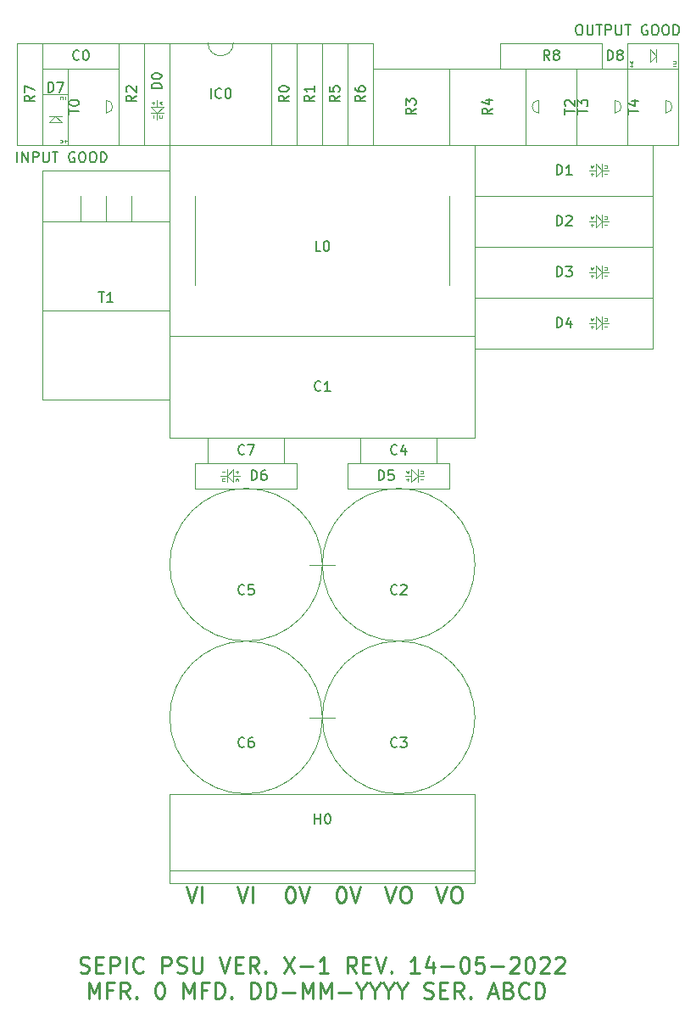
<source format=gbr>
%TF.GenerationSoftware,KiCad,Pcbnew,(6.0.0)*%
%TF.CreationDate,2023-06-01T11:58:54-04:00*%
%TF.ProjectId,SEPIC,53455049-432e-46b6-9963-61645f706362,rev?*%
%TF.SameCoordinates,Original*%
%TF.FileFunction,Legend,Top*%
%TF.FilePolarity,Positive*%
%FSLAX46Y46*%
G04 Gerber Fmt 4.6, Leading zero omitted, Abs format (unit mm)*
G04 Created by KiCad (PCBNEW (6.0.0)) date 2023-06-01 11:58:54*
%MOMM*%
%LPD*%
G01*
G04 APERTURE LIST*
%ADD10C,0.254000*%
%ADD11C,0.127000*%
%ADD12C,0.150000*%
%ADD13C,0.120000*%
G04 APERTURE END LIST*
D10*
X169272857Y-112160654D02*
X169802023Y-113748154D01*
X170331190Y-112160654D01*
X170860357Y-113748154D02*
X170860357Y-112160654D01*
X174504047Y-112160654D02*
X174655238Y-112160654D01*
X174806428Y-112236250D01*
X174882023Y-112311845D01*
X174957619Y-112463035D01*
X175033214Y-112765416D01*
X175033214Y-113143392D01*
X174957619Y-113445773D01*
X174882023Y-113596964D01*
X174806428Y-113672559D01*
X174655238Y-113748154D01*
X174504047Y-113748154D01*
X174352857Y-113672559D01*
X174277261Y-113596964D01*
X174201666Y-113445773D01*
X174126071Y-113143392D01*
X174126071Y-112765416D01*
X174201666Y-112463035D01*
X174277261Y-112311845D01*
X174352857Y-112236250D01*
X174504047Y-112160654D01*
X175486785Y-112160654D02*
X176015952Y-113748154D01*
X176545119Y-112160654D01*
D11*
X147338142Y-39829619D02*
X147338142Y-38813619D01*
X147821952Y-39829619D02*
X147821952Y-38813619D01*
X148402523Y-39829619D01*
X148402523Y-38813619D01*
X148886333Y-39829619D02*
X148886333Y-38813619D01*
X149273380Y-38813619D01*
X149370142Y-38862000D01*
X149418523Y-38910380D01*
X149466904Y-39007142D01*
X149466904Y-39152285D01*
X149418523Y-39249047D01*
X149370142Y-39297428D01*
X149273380Y-39345809D01*
X148886333Y-39345809D01*
X149902333Y-38813619D02*
X149902333Y-39636095D01*
X149950714Y-39732857D01*
X149999095Y-39781238D01*
X150095857Y-39829619D01*
X150289380Y-39829619D01*
X150386142Y-39781238D01*
X150434523Y-39732857D01*
X150482904Y-39636095D01*
X150482904Y-38813619D01*
X150821571Y-38813619D02*
X151402142Y-38813619D01*
X151111857Y-39829619D02*
X151111857Y-38813619D01*
X153047095Y-38862000D02*
X152950333Y-38813619D01*
X152805190Y-38813619D01*
X152660047Y-38862000D01*
X152563285Y-38958761D01*
X152514904Y-39055523D01*
X152466523Y-39249047D01*
X152466523Y-39394190D01*
X152514904Y-39587714D01*
X152563285Y-39684476D01*
X152660047Y-39781238D01*
X152805190Y-39829619D01*
X152901952Y-39829619D01*
X153047095Y-39781238D01*
X153095476Y-39732857D01*
X153095476Y-39394190D01*
X152901952Y-39394190D01*
X153724428Y-38813619D02*
X153917952Y-38813619D01*
X154014714Y-38862000D01*
X154111476Y-38958761D01*
X154159857Y-39152285D01*
X154159857Y-39490952D01*
X154111476Y-39684476D01*
X154014714Y-39781238D01*
X153917952Y-39829619D01*
X153724428Y-39829619D01*
X153627666Y-39781238D01*
X153530904Y-39684476D01*
X153482523Y-39490952D01*
X153482523Y-39152285D01*
X153530904Y-38958761D01*
X153627666Y-38862000D01*
X153724428Y-38813619D01*
X154788809Y-38813619D02*
X154982333Y-38813619D01*
X155079095Y-38862000D01*
X155175857Y-38958761D01*
X155224238Y-39152285D01*
X155224238Y-39490952D01*
X155175857Y-39684476D01*
X155079095Y-39781238D01*
X154982333Y-39829619D01*
X154788809Y-39829619D01*
X154692047Y-39781238D01*
X154595285Y-39684476D01*
X154546904Y-39490952D01*
X154546904Y-39152285D01*
X154595285Y-38958761D01*
X154692047Y-38862000D01*
X154788809Y-38813619D01*
X155659666Y-39829619D02*
X155659666Y-38813619D01*
X155901571Y-38813619D01*
X156046714Y-38862000D01*
X156143476Y-38958761D01*
X156191857Y-39055523D01*
X156240238Y-39249047D01*
X156240238Y-39394190D01*
X156191857Y-39587714D01*
X156143476Y-39684476D01*
X156046714Y-39781238D01*
X155901571Y-39829619D01*
X155659666Y-39829619D01*
D10*
X189139285Y-112160654D02*
X189668452Y-113748154D01*
X190197619Y-112160654D01*
X191029166Y-112160654D02*
X191331547Y-112160654D01*
X191482738Y-112236250D01*
X191633928Y-112387440D01*
X191709523Y-112689821D01*
X191709523Y-113218988D01*
X191633928Y-113521369D01*
X191482738Y-113672559D01*
X191331547Y-113748154D01*
X191029166Y-113748154D01*
X190877976Y-113672559D01*
X190726785Y-113521369D01*
X190651190Y-113218988D01*
X190651190Y-112689821D01*
X190726785Y-112387440D01*
X190877976Y-112236250D01*
X191029166Y-112160654D01*
X153609523Y-120649622D02*
X153836309Y-120725217D01*
X154214285Y-120725217D01*
X154365476Y-120649622D01*
X154441071Y-120574027D01*
X154516666Y-120422836D01*
X154516666Y-120271646D01*
X154441071Y-120120455D01*
X154365476Y-120044860D01*
X154214285Y-119969265D01*
X153911904Y-119893670D01*
X153760714Y-119818074D01*
X153685119Y-119742479D01*
X153609523Y-119591289D01*
X153609523Y-119440098D01*
X153685119Y-119288908D01*
X153760714Y-119213313D01*
X153911904Y-119137717D01*
X154289880Y-119137717D01*
X154516666Y-119213313D01*
X155197023Y-119893670D02*
X155726190Y-119893670D01*
X155952976Y-120725217D02*
X155197023Y-120725217D01*
X155197023Y-119137717D01*
X155952976Y-119137717D01*
X156633333Y-120725217D02*
X156633333Y-119137717D01*
X157238095Y-119137717D01*
X157389285Y-119213313D01*
X157464880Y-119288908D01*
X157540476Y-119440098D01*
X157540476Y-119666884D01*
X157464880Y-119818074D01*
X157389285Y-119893670D01*
X157238095Y-119969265D01*
X156633333Y-119969265D01*
X158220833Y-120725217D02*
X158220833Y-119137717D01*
X159883928Y-120574027D02*
X159808333Y-120649622D01*
X159581547Y-120725217D01*
X159430357Y-120725217D01*
X159203571Y-120649622D01*
X159052380Y-120498432D01*
X158976785Y-120347241D01*
X158901190Y-120044860D01*
X158901190Y-119818074D01*
X158976785Y-119515693D01*
X159052380Y-119364503D01*
X159203571Y-119213313D01*
X159430357Y-119137717D01*
X159581547Y-119137717D01*
X159808333Y-119213313D01*
X159883928Y-119288908D01*
X161773809Y-120725217D02*
X161773809Y-119137717D01*
X162378571Y-119137717D01*
X162529761Y-119213313D01*
X162605357Y-119288908D01*
X162680952Y-119440098D01*
X162680952Y-119666884D01*
X162605357Y-119818074D01*
X162529761Y-119893670D01*
X162378571Y-119969265D01*
X161773809Y-119969265D01*
X163285714Y-120649622D02*
X163512500Y-120725217D01*
X163890476Y-120725217D01*
X164041666Y-120649622D01*
X164117261Y-120574027D01*
X164192857Y-120422836D01*
X164192857Y-120271646D01*
X164117261Y-120120455D01*
X164041666Y-120044860D01*
X163890476Y-119969265D01*
X163588095Y-119893670D01*
X163436904Y-119818074D01*
X163361309Y-119742479D01*
X163285714Y-119591289D01*
X163285714Y-119440098D01*
X163361309Y-119288908D01*
X163436904Y-119213313D01*
X163588095Y-119137717D01*
X163966071Y-119137717D01*
X164192857Y-119213313D01*
X164873214Y-119137717D02*
X164873214Y-120422836D01*
X164948809Y-120574027D01*
X165024404Y-120649622D01*
X165175595Y-120725217D01*
X165477976Y-120725217D01*
X165629166Y-120649622D01*
X165704761Y-120574027D01*
X165780357Y-120422836D01*
X165780357Y-119137717D01*
X167519047Y-119137717D02*
X168048214Y-120725217D01*
X168577380Y-119137717D01*
X169106547Y-119893670D02*
X169635714Y-119893670D01*
X169862500Y-120725217D02*
X169106547Y-120725217D01*
X169106547Y-119137717D01*
X169862500Y-119137717D01*
X171450000Y-120725217D02*
X170920833Y-119969265D01*
X170542857Y-120725217D02*
X170542857Y-119137717D01*
X171147619Y-119137717D01*
X171298809Y-119213313D01*
X171374404Y-119288908D01*
X171450000Y-119440098D01*
X171450000Y-119666884D01*
X171374404Y-119818074D01*
X171298809Y-119893670D01*
X171147619Y-119969265D01*
X170542857Y-119969265D01*
X172130357Y-120574027D02*
X172205952Y-120649622D01*
X172130357Y-120725217D01*
X172054761Y-120649622D01*
X172130357Y-120574027D01*
X172130357Y-120725217D01*
X173944642Y-119137717D02*
X175002976Y-120725217D01*
X175002976Y-119137717D02*
X173944642Y-120725217D01*
X175607738Y-120120455D02*
X176817261Y-120120455D01*
X178404761Y-120725217D02*
X177497619Y-120725217D01*
X177951190Y-120725217D02*
X177951190Y-119137717D01*
X177800000Y-119364503D01*
X177648809Y-119515693D01*
X177497619Y-119591289D01*
X181201785Y-120725217D02*
X180672619Y-119969265D01*
X180294642Y-120725217D02*
X180294642Y-119137717D01*
X180899404Y-119137717D01*
X181050595Y-119213313D01*
X181126190Y-119288908D01*
X181201785Y-119440098D01*
X181201785Y-119666884D01*
X181126190Y-119818074D01*
X181050595Y-119893670D01*
X180899404Y-119969265D01*
X180294642Y-119969265D01*
X181882142Y-119893670D02*
X182411309Y-119893670D01*
X182638095Y-120725217D02*
X181882142Y-120725217D01*
X181882142Y-119137717D01*
X182638095Y-119137717D01*
X183091666Y-119137717D02*
X183620833Y-120725217D01*
X184150000Y-119137717D01*
X184679166Y-120574027D02*
X184754761Y-120649622D01*
X184679166Y-120725217D01*
X184603571Y-120649622D01*
X184679166Y-120574027D01*
X184679166Y-120725217D01*
X187476190Y-120725217D02*
X186569047Y-120725217D01*
X187022619Y-120725217D02*
X187022619Y-119137717D01*
X186871428Y-119364503D01*
X186720238Y-119515693D01*
X186569047Y-119591289D01*
X188836904Y-119666884D02*
X188836904Y-120725217D01*
X188458928Y-119062122D02*
X188080952Y-120196051D01*
X189063690Y-120196051D01*
X189668452Y-120120455D02*
X190877976Y-120120455D01*
X191936309Y-119137717D02*
X192087500Y-119137717D01*
X192238690Y-119213313D01*
X192314285Y-119288908D01*
X192389880Y-119440098D01*
X192465476Y-119742479D01*
X192465476Y-120120455D01*
X192389880Y-120422836D01*
X192314285Y-120574027D01*
X192238690Y-120649622D01*
X192087500Y-120725217D01*
X191936309Y-120725217D01*
X191785119Y-120649622D01*
X191709523Y-120574027D01*
X191633928Y-120422836D01*
X191558333Y-120120455D01*
X191558333Y-119742479D01*
X191633928Y-119440098D01*
X191709523Y-119288908D01*
X191785119Y-119213313D01*
X191936309Y-119137717D01*
X193901785Y-119137717D02*
X193145833Y-119137717D01*
X193070238Y-119893670D01*
X193145833Y-119818074D01*
X193297023Y-119742479D01*
X193675000Y-119742479D01*
X193826190Y-119818074D01*
X193901785Y-119893670D01*
X193977380Y-120044860D01*
X193977380Y-120422836D01*
X193901785Y-120574027D01*
X193826190Y-120649622D01*
X193675000Y-120725217D01*
X193297023Y-120725217D01*
X193145833Y-120649622D01*
X193070238Y-120574027D01*
X194657738Y-120120455D02*
X195867261Y-120120455D01*
X196547619Y-119288908D02*
X196623214Y-119213313D01*
X196774404Y-119137717D01*
X197152380Y-119137717D01*
X197303571Y-119213313D01*
X197379166Y-119288908D01*
X197454761Y-119440098D01*
X197454761Y-119591289D01*
X197379166Y-119818074D01*
X196472023Y-120725217D01*
X197454761Y-120725217D01*
X198437500Y-119137717D02*
X198588690Y-119137717D01*
X198739880Y-119213313D01*
X198815476Y-119288908D01*
X198891071Y-119440098D01*
X198966666Y-119742479D01*
X198966666Y-120120455D01*
X198891071Y-120422836D01*
X198815476Y-120574027D01*
X198739880Y-120649622D01*
X198588690Y-120725217D01*
X198437500Y-120725217D01*
X198286309Y-120649622D01*
X198210714Y-120574027D01*
X198135119Y-120422836D01*
X198059523Y-120120455D01*
X198059523Y-119742479D01*
X198135119Y-119440098D01*
X198210714Y-119288908D01*
X198286309Y-119213313D01*
X198437500Y-119137717D01*
X199571428Y-119288908D02*
X199647023Y-119213313D01*
X199798214Y-119137717D01*
X200176190Y-119137717D01*
X200327380Y-119213313D01*
X200402976Y-119288908D01*
X200478571Y-119440098D01*
X200478571Y-119591289D01*
X200402976Y-119818074D01*
X199495833Y-120725217D01*
X200478571Y-120725217D01*
X201083333Y-119288908D02*
X201158928Y-119213313D01*
X201310119Y-119137717D01*
X201688095Y-119137717D01*
X201839285Y-119213313D01*
X201914880Y-119288908D01*
X201990476Y-119440098D01*
X201990476Y-119591289D01*
X201914880Y-119818074D01*
X201007738Y-120725217D01*
X201990476Y-120725217D01*
X154478869Y-123281092D02*
X154478869Y-121693592D01*
X155008035Y-122827521D01*
X155537202Y-121693592D01*
X155537202Y-123281092D01*
X156822321Y-122449545D02*
X156293154Y-122449545D01*
X156293154Y-123281092D02*
X156293154Y-121693592D01*
X157049107Y-121693592D01*
X158561011Y-123281092D02*
X158031845Y-122525140D01*
X157653869Y-123281092D02*
X157653869Y-121693592D01*
X158258630Y-121693592D01*
X158409821Y-121769188D01*
X158485416Y-121844783D01*
X158561011Y-121995973D01*
X158561011Y-122222759D01*
X158485416Y-122373949D01*
X158409821Y-122449545D01*
X158258630Y-122525140D01*
X157653869Y-122525140D01*
X159241369Y-123129902D02*
X159316964Y-123205497D01*
X159241369Y-123281092D01*
X159165773Y-123205497D01*
X159241369Y-123129902D01*
X159241369Y-123281092D01*
X161509226Y-121693592D02*
X161660416Y-121693592D01*
X161811607Y-121769188D01*
X161887202Y-121844783D01*
X161962797Y-121995973D01*
X162038392Y-122298354D01*
X162038392Y-122676330D01*
X161962797Y-122978711D01*
X161887202Y-123129902D01*
X161811607Y-123205497D01*
X161660416Y-123281092D01*
X161509226Y-123281092D01*
X161358035Y-123205497D01*
X161282440Y-123129902D01*
X161206845Y-122978711D01*
X161131250Y-122676330D01*
X161131250Y-122298354D01*
X161206845Y-121995973D01*
X161282440Y-121844783D01*
X161358035Y-121769188D01*
X161509226Y-121693592D01*
X163928273Y-123281092D02*
X163928273Y-121693592D01*
X164457440Y-122827521D01*
X164986607Y-121693592D01*
X164986607Y-123281092D01*
X166271726Y-122449545D02*
X165742559Y-122449545D01*
X165742559Y-123281092D02*
X165742559Y-121693592D01*
X166498511Y-121693592D01*
X167103273Y-123281092D02*
X167103273Y-121693592D01*
X167481250Y-121693592D01*
X167708035Y-121769188D01*
X167859226Y-121920378D01*
X167934821Y-122071568D01*
X168010416Y-122373949D01*
X168010416Y-122600735D01*
X167934821Y-122903116D01*
X167859226Y-123054307D01*
X167708035Y-123205497D01*
X167481250Y-123281092D01*
X167103273Y-123281092D01*
X168690773Y-123129902D02*
X168766369Y-123205497D01*
X168690773Y-123281092D01*
X168615178Y-123205497D01*
X168690773Y-123129902D01*
X168690773Y-123281092D01*
X170656250Y-123281092D02*
X170656250Y-121693592D01*
X171034226Y-121693592D01*
X171261011Y-121769188D01*
X171412202Y-121920378D01*
X171487797Y-122071568D01*
X171563392Y-122373949D01*
X171563392Y-122600735D01*
X171487797Y-122903116D01*
X171412202Y-123054307D01*
X171261011Y-123205497D01*
X171034226Y-123281092D01*
X170656250Y-123281092D01*
X172243750Y-123281092D02*
X172243750Y-121693592D01*
X172621726Y-121693592D01*
X172848511Y-121769188D01*
X172999702Y-121920378D01*
X173075297Y-122071568D01*
X173150892Y-122373949D01*
X173150892Y-122600735D01*
X173075297Y-122903116D01*
X172999702Y-123054307D01*
X172848511Y-123205497D01*
X172621726Y-123281092D01*
X172243750Y-123281092D01*
X173831250Y-122676330D02*
X175040773Y-122676330D01*
X175796726Y-123281092D02*
X175796726Y-121693592D01*
X176325892Y-122827521D01*
X176855059Y-121693592D01*
X176855059Y-123281092D01*
X177611011Y-123281092D02*
X177611011Y-121693592D01*
X178140178Y-122827521D01*
X178669345Y-121693592D01*
X178669345Y-123281092D01*
X179425297Y-122676330D02*
X180634821Y-122676330D01*
X181693154Y-122525140D02*
X181693154Y-123281092D01*
X181163988Y-121693592D02*
X181693154Y-122525140D01*
X182222321Y-121693592D01*
X183053869Y-122525140D02*
X183053869Y-123281092D01*
X182524702Y-121693592D02*
X183053869Y-122525140D01*
X183583035Y-121693592D01*
X184414583Y-122525140D02*
X184414583Y-123281092D01*
X183885416Y-121693592D02*
X184414583Y-122525140D01*
X184943750Y-121693592D01*
X185775297Y-122525140D02*
X185775297Y-123281092D01*
X185246130Y-121693592D02*
X185775297Y-122525140D01*
X186304464Y-121693592D01*
X187967559Y-123205497D02*
X188194345Y-123281092D01*
X188572321Y-123281092D01*
X188723511Y-123205497D01*
X188799107Y-123129902D01*
X188874702Y-122978711D01*
X188874702Y-122827521D01*
X188799107Y-122676330D01*
X188723511Y-122600735D01*
X188572321Y-122525140D01*
X188269940Y-122449545D01*
X188118750Y-122373949D01*
X188043154Y-122298354D01*
X187967559Y-122147164D01*
X187967559Y-121995973D01*
X188043154Y-121844783D01*
X188118750Y-121769188D01*
X188269940Y-121693592D01*
X188647916Y-121693592D01*
X188874702Y-121769188D01*
X189555059Y-122449545D02*
X190084226Y-122449545D01*
X190311011Y-123281092D02*
X189555059Y-123281092D01*
X189555059Y-121693592D01*
X190311011Y-121693592D01*
X191898511Y-123281092D02*
X191369345Y-122525140D01*
X190991369Y-123281092D02*
X190991369Y-121693592D01*
X191596130Y-121693592D01*
X191747321Y-121769188D01*
X191822916Y-121844783D01*
X191898511Y-121995973D01*
X191898511Y-122222759D01*
X191822916Y-122373949D01*
X191747321Y-122449545D01*
X191596130Y-122525140D01*
X190991369Y-122525140D01*
X192578869Y-123129902D02*
X192654464Y-123205497D01*
X192578869Y-123281092D01*
X192503273Y-123205497D01*
X192578869Y-123129902D01*
X192578869Y-123281092D01*
X194468750Y-122827521D02*
X195224702Y-122827521D01*
X194317559Y-123281092D02*
X194846726Y-121693592D01*
X195375892Y-123281092D01*
X196434226Y-122449545D02*
X196661011Y-122525140D01*
X196736607Y-122600735D01*
X196812202Y-122751926D01*
X196812202Y-122978711D01*
X196736607Y-123129902D01*
X196661011Y-123205497D01*
X196509821Y-123281092D01*
X195905059Y-123281092D01*
X195905059Y-121693592D01*
X196434226Y-121693592D01*
X196585416Y-121769188D01*
X196661011Y-121844783D01*
X196736607Y-121995973D01*
X196736607Y-122147164D01*
X196661011Y-122298354D01*
X196585416Y-122373949D01*
X196434226Y-122449545D01*
X195905059Y-122449545D01*
X198399702Y-123129902D02*
X198324107Y-123205497D01*
X198097321Y-123281092D01*
X197946130Y-123281092D01*
X197719345Y-123205497D01*
X197568154Y-123054307D01*
X197492559Y-122903116D01*
X197416964Y-122600735D01*
X197416964Y-122373949D01*
X197492559Y-122071568D01*
X197568154Y-121920378D01*
X197719345Y-121769188D01*
X197946130Y-121693592D01*
X198097321Y-121693592D01*
X198324107Y-121769188D01*
X198399702Y-121844783D01*
X199080059Y-123281092D02*
X199080059Y-121693592D01*
X199458035Y-121693592D01*
X199684821Y-121769188D01*
X199836011Y-121920378D01*
X199911607Y-122071568D01*
X199987202Y-122373949D01*
X199987202Y-122600735D01*
X199911607Y-122903116D01*
X199836011Y-123054307D01*
X199684821Y-123205497D01*
X199458035Y-123281092D01*
X199080059Y-123281092D01*
X184059285Y-112160654D02*
X184588452Y-113748154D01*
X185117619Y-112160654D01*
X185949166Y-112160654D02*
X186251547Y-112160654D01*
X186402738Y-112236250D01*
X186553928Y-112387440D01*
X186629523Y-112689821D01*
X186629523Y-113218988D01*
X186553928Y-113521369D01*
X186402738Y-113672559D01*
X186251547Y-113748154D01*
X185949166Y-113748154D01*
X185797976Y-113672559D01*
X185646785Y-113521369D01*
X185571190Y-113218988D01*
X185571190Y-112689821D01*
X185646785Y-112387440D01*
X185797976Y-112236250D01*
X185949166Y-112160654D01*
D11*
X203369333Y-26113619D02*
X203562857Y-26113619D01*
X203659619Y-26162000D01*
X203756380Y-26258761D01*
X203804761Y-26452285D01*
X203804761Y-26790952D01*
X203756380Y-26984476D01*
X203659619Y-27081238D01*
X203562857Y-27129619D01*
X203369333Y-27129619D01*
X203272571Y-27081238D01*
X203175809Y-26984476D01*
X203127428Y-26790952D01*
X203127428Y-26452285D01*
X203175809Y-26258761D01*
X203272571Y-26162000D01*
X203369333Y-26113619D01*
X204240190Y-26113619D02*
X204240190Y-26936095D01*
X204288571Y-27032857D01*
X204336952Y-27081238D01*
X204433714Y-27129619D01*
X204627238Y-27129619D01*
X204724000Y-27081238D01*
X204772380Y-27032857D01*
X204820761Y-26936095D01*
X204820761Y-26113619D01*
X205159428Y-26113619D02*
X205740000Y-26113619D01*
X205449714Y-27129619D02*
X205449714Y-26113619D01*
X206078666Y-27129619D02*
X206078666Y-26113619D01*
X206465714Y-26113619D01*
X206562476Y-26162000D01*
X206610857Y-26210380D01*
X206659238Y-26307142D01*
X206659238Y-26452285D01*
X206610857Y-26549047D01*
X206562476Y-26597428D01*
X206465714Y-26645809D01*
X206078666Y-26645809D01*
X207094666Y-26113619D02*
X207094666Y-26936095D01*
X207143047Y-27032857D01*
X207191428Y-27081238D01*
X207288190Y-27129619D01*
X207481714Y-27129619D01*
X207578476Y-27081238D01*
X207626857Y-27032857D01*
X207675238Y-26936095D01*
X207675238Y-26113619D01*
X208013904Y-26113619D02*
X208594476Y-26113619D01*
X208304190Y-27129619D02*
X208304190Y-26113619D01*
X210239428Y-26162000D02*
X210142666Y-26113619D01*
X209997523Y-26113619D01*
X209852380Y-26162000D01*
X209755619Y-26258761D01*
X209707238Y-26355523D01*
X209658857Y-26549047D01*
X209658857Y-26694190D01*
X209707238Y-26887714D01*
X209755619Y-26984476D01*
X209852380Y-27081238D01*
X209997523Y-27129619D01*
X210094285Y-27129619D01*
X210239428Y-27081238D01*
X210287809Y-27032857D01*
X210287809Y-26694190D01*
X210094285Y-26694190D01*
X210916761Y-26113619D02*
X211110285Y-26113619D01*
X211207047Y-26162000D01*
X211303809Y-26258761D01*
X211352190Y-26452285D01*
X211352190Y-26790952D01*
X211303809Y-26984476D01*
X211207047Y-27081238D01*
X211110285Y-27129619D01*
X210916761Y-27129619D01*
X210820000Y-27081238D01*
X210723238Y-26984476D01*
X210674857Y-26790952D01*
X210674857Y-26452285D01*
X210723238Y-26258761D01*
X210820000Y-26162000D01*
X210916761Y-26113619D01*
X211981142Y-26113619D02*
X212174666Y-26113619D01*
X212271428Y-26162000D01*
X212368190Y-26258761D01*
X212416571Y-26452285D01*
X212416571Y-26790952D01*
X212368190Y-26984476D01*
X212271428Y-27081238D01*
X212174666Y-27129619D01*
X211981142Y-27129619D01*
X211884380Y-27081238D01*
X211787619Y-26984476D01*
X211739238Y-26790952D01*
X211739238Y-26452285D01*
X211787619Y-26258761D01*
X211884380Y-26162000D01*
X211981142Y-26113619D01*
X212852000Y-27129619D02*
X212852000Y-26113619D01*
X213093904Y-26113619D01*
X213239047Y-26162000D01*
X213335809Y-26258761D01*
X213384190Y-26355523D01*
X213432571Y-26549047D01*
X213432571Y-26694190D01*
X213384190Y-26887714D01*
X213335809Y-26984476D01*
X213239047Y-27081238D01*
X213093904Y-27129619D01*
X212852000Y-27129619D01*
D10*
X164192857Y-112160654D02*
X164722023Y-113748154D01*
X165251190Y-112160654D01*
X165780357Y-113748154D02*
X165780357Y-112160654D01*
X179584047Y-112160654D02*
X179735238Y-112160654D01*
X179886428Y-112236250D01*
X179962023Y-112311845D01*
X180037619Y-112463035D01*
X180113214Y-112765416D01*
X180113214Y-113143392D01*
X180037619Y-113445773D01*
X179962023Y-113596964D01*
X179886428Y-113672559D01*
X179735238Y-113748154D01*
X179584047Y-113748154D01*
X179432857Y-113672559D01*
X179357261Y-113596964D01*
X179281666Y-113445773D01*
X179206071Y-113143392D01*
X179206071Y-112765416D01*
X179281666Y-112463035D01*
X179357261Y-112311845D01*
X179432857Y-112236250D01*
X179584047Y-112160654D01*
X180566785Y-112160654D02*
X181095952Y-113748154D01*
X181625119Y-112160654D01*
D12*
%TO.C,D2*%
X201191904Y-46172380D02*
X201191904Y-45172380D01*
X201430000Y-45172380D01*
X201572857Y-45220000D01*
X201668095Y-45315238D01*
X201715714Y-45410476D01*
X201763333Y-45600952D01*
X201763333Y-45743809D01*
X201715714Y-45934285D01*
X201668095Y-46029523D01*
X201572857Y-46124761D01*
X201430000Y-46172380D01*
X201191904Y-46172380D01*
X202144285Y-45267619D02*
X202191904Y-45220000D01*
X202287142Y-45172380D01*
X202525238Y-45172380D01*
X202620476Y-45220000D01*
X202668095Y-45267619D01*
X202715714Y-45362857D01*
X202715714Y-45458095D01*
X202668095Y-45600952D01*
X202096666Y-46172380D01*
X202715714Y-46172380D01*
%TO.C,C5*%
X170013333Y-82907142D02*
X169965714Y-82954761D01*
X169822857Y-83002380D01*
X169727619Y-83002380D01*
X169584761Y-82954761D01*
X169489523Y-82859523D01*
X169441904Y-82764285D01*
X169394285Y-82573809D01*
X169394285Y-82430952D01*
X169441904Y-82240476D01*
X169489523Y-82145238D01*
X169584761Y-82050000D01*
X169727619Y-82002380D01*
X169822857Y-82002380D01*
X169965714Y-82050000D01*
X170013333Y-82097619D01*
X170918095Y-82002380D02*
X170441904Y-82002380D01*
X170394285Y-82478571D01*
X170441904Y-82430952D01*
X170537142Y-82383333D01*
X170775238Y-82383333D01*
X170870476Y-82430952D01*
X170918095Y-82478571D01*
X170965714Y-82573809D01*
X170965714Y-82811904D01*
X170918095Y-82907142D01*
X170870476Y-82954761D01*
X170775238Y-83002380D01*
X170537142Y-83002380D01*
X170441904Y-82954761D01*
X170394285Y-82907142D01*
%TO.C,T0*%
X152487380Y-35051904D02*
X152487380Y-34480476D01*
X153487380Y-34766190D02*
X152487380Y-34766190D01*
X152487380Y-33956666D02*
X152487380Y-33861428D01*
X152535000Y-33766190D01*
X152582619Y-33718571D01*
X152677857Y-33670952D01*
X152868333Y-33623333D01*
X153106428Y-33623333D01*
X153296904Y-33670952D01*
X153392142Y-33718571D01*
X153439761Y-33766190D01*
X153487380Y-33861428D01*
X153487380Y-33956666D01*
X153439761Y-34051904D01*
X153392142Y-34099523D01*
X153296904Y-34147142D01*
X153106428Y-34194761D01*
X152868333Y-34194761D01*
X152677857Y-34147142D01*
X152582619Y-34099523D01*
X152535000Y-34051904D01*
X152487380Y-33956666D01*
%TO.C,D4*%
X201191904Y-56332380D02*
X201191904Y-55332380D01*
X201430000Y-55332380D01*
X201572857Y-55380000D01*
X201668095Y-55475238D01*
X201715714Y-55570476D01*
X201763333Y-55760952D01*
X201763333Y-55903809D01*
X201715714Y-56094285D01*
X201668095Y-56189523D01*
X201572857Y-56284761D01*
X201430000Y-56332380D01*
X201191904Y-56332380D01*
X202620476Y-55665714D02*
X202620476Y-56332380D01*
X202382380Y-55284761D02*
X202144285Y-55999047D01*
X202763333Y-55999047D01*
%TO.C,D1*%
X201191904Y-41092380D02*
X201191904Y-40092380D01*
X201430000Y-40092380D01*
X201572857Y-40140000D01*
X201668095Y-40235238D01*
X201715714Y-40330476D01*
X201763333Y-40520952D01*
X201763333Y-40663809D01*
X201715714Y-40854285D01*
X201668095Y-40949523D01*
X201572857Y-41044761D01*
X201430000Y-41092380D01*
X201191904Y-41092380D01*
X202715714Y-41092380D02*
X202144285Y-41092380D01*
X202430000Y-41092380D02*
X202430000Y-40092380D01*
X202334761Y-40235238D01*
X202239523Y-40330476D01*
X202144285Y-40378095D01*
%TO.C,C0*%
X153503333Y-29567142D02*
X153455714Y-29614761D01*
X153312857Y-29662380D01*
X153217619Y-29662380D01*
X153074761Y-29614761D01*
X152979523Y-29519523D01*
X152931904Y-29424285D01*
X152884285Y-29233809D01*
X152884285Y-29090952D01*
X152931904Y-28900476D01*
X152979523Y-28805238D01*
X153074761Y-28710000D01*
X153217619Y-28662380D01*
X153312857Y-28662380D01*
X153455714Y-28710000D01*
X153503333Y-28757619D01*
X154122380Y-28662380D02*
X154217619Y-28662380D01*
X154312857Y-28710000D01*
X154360476Y-28757619D01*
X154408095Y-28852857D01*
X154455714Y-29043333D01*
X154455714Y-29281428D01*
X154408095Y-29471904D01*
X154360476Y-29567142D01*
X154312857Y-29614761D01*
X154217619Y-29662380D01*
X154122380Y-29662380D01*
X154027142Y-29614761D01*
X153979523Y-29567142D01*
X153931904Y-29471904D01*
X153884285Y-29281428D01*
X153884285Y-29043333D01*
X153931904Y-28852857D01*
X153979523Y-28757619D01*
X154027142Y-28710000D01*
X154122380Y-28662380D01*
%TO.C,R2*%
X159202380Y-33186666D02*
X158726190Y-33520000D01*
X159202380Y-33758095D02*
X158202380Y-33758095D01*
X158202380Y-33377142D01*
X158250000Y-33281904D01*
X158297619Y-33234285D01*
X158392857Y-33186666D01*
X158535714Y-33186666D01*
X158630952Y-33234285D01*
X158678571Y-33281904D01*
X158726190Y-33377142D01*
X158726190Y-33758095D01*
X158297619Y-32805714D02*
X158250000Y-32758095D01*
X158202380Y-32662857D01*
X158202380Y-32424761D01*
X158250000Y-32329523D01*
X158297619Y-32281904D01*
X158392857Y-32234285D01*
X158488095Y-32234285D01*
X158630952Y-32281904D01*
X159202380Y-32853333D01*
X159202380Y-32234285D01*
%TO.C,T1*%
X155448095Y-52792380D02*
X156019523Y-52792380D01*
X155733809Y-53792380D02*
X155733809Y-52792380D01*
X156876666Y-53792380D02*
X156305238Y-53792380D01*
X156590952Y-53792380D02*
X156590952Y-52792380D01*
X156495714Y-52935238D01*
X156400476Y-53030476D01*
X156305238Y-53078095D01*
%TO.C,D3*%
X201191904Y-51252380D02*
X201191904Y-50252380D01*
X201430000Y-50252380D01*
X201572857Y-50300000D01*
X201668095Y-50395238D01*
X201715714Y-50490476D01*
X201763333Y-50680952D01*
X201763333Y-50823809D01*
X201715714Y-51014285D01*
X201668095Y-51109523D01*
X201572857Y-51204761D01*
X201430000Y-51252380D01*
X201191904Y-51252380D01*
X202096666Y-50252380D02*
X202715714Y-50252380D01*
X202382380Y-50633333D01*
X202525238Y-50633333D01*
X202620476Y-50680952D01*
X202668095Y-50728571D01*
X202715714Y-50823809D01*
X202715714Y-51061904D01*
X202668095Y-51157142D01*
X202620476Y-51204761D01*
X202525238Y-51252380D01*
X202239523Y-51252380D01*
X202144285Y-51204761D01*
X202096666Y-51157142D01*
%TO.C,R4*%
X194762380Y-34456666D02*
X194286190Y-34790000D01*
X194762380Y-35028095D02*
X193762380Y-35028095D01*
X193762380Y-34647142D01*
X193810000Y-34551904D01*
X193857619Y-34504285D01*
X193952857Y-34456666D01*
X194095714Y-34456666D01*
X194190952Y-34504285D01*
X194238571Y-34551904D01*
X194286190Y-34647142D01*
X194286190Y-35028095D01*
X194095714Y-33599523D02*
X194762380Y-33599523D01*
X193714761Y-33837619D02*
X194429047Y-34075714D01*
X194429047Y-33456666D01*
%TO.C,T3*%
X203287380Y-35051904D02*
X203287380Y-34480476D01*
X204287380Y-34766190D02*
X203287380Y-34766190D01*
X203287380Y-34242380D02*
X203287380Y-33623333D01*
X203668333Y-33956666D01*
X203668333Y-33813809D01*
X203715952Y-33718571D01*
X203763571Y-33670952D01*
X203858809Y-33623333D01*
X204096904Y-33623333D01*
X204192142Y-33670952D01*
X204239761Y-33718571D01*
X204287380Y-33813809D01*
X204287380Y-34099523D01*
X204239761Y-34194761D01*
X204192142Y-34242380D01*
%TO.C,C4*%
X185253333Y-68937142D02*
X185205714Y-68984761D01*
X185062857Y-69032380D01*
X184967619Y-69032380D01*
X184824761Y-68984761D01*
X184729523Y-68889523D01*
X184681904Y-68794285D01*
X184634285Y-68603809D01*
X184634285Y-68460952D01*
X184681904Y-68270476D01*
X184729523Y-68175238D01*
X184824761Y-68080000D01*
X184967619Y-68032380D01*
X185062857Y-68032380D01*
X185205714Y-68080000D01*
X185253333Y-68127619D01*
X186110476Y-68365714D02*
X186110476Y-69032380D01*
X185872380Y-67984761D02*
X185634285Y-68699047D01*
X186253333Y-68699047D01*
%TO.C,D6*%
X170711904Y-71572380D02*
X170711904Y-70572380D01*
X170950000Y-70572380D01*
X171092857Y-70620000D01*
X171188095Y-70715238D01*
X171235714Y-70810476D01*
X171283333Y-71000952D01*
X171283333Y-71143809D01*
X171235714Y-71334285D01*
X171188095Y-71429523D01*
X171092857Y-71524761D01*
X170950000Y-71572380D01*
X170711904Y-71572380D01*
X172140476Y-70572380D02*
X171950000Y-70572380D01*
X171854761Y-70620000D01*
X171807142Y-70667619D01*
X171711904Y-70810476D01*
X171664285Y-71000952D01*
X171664285Y-71381904D01*
X171711904Y-71477142D01*
X171759523Y-71524761D01*
X171854761Y-71572380D01*
X172045238Y-71572380D01*
X172140476Y-71524761D01*
X172188095Y-71477142D01*
X172235714Y-71381904D01*
X172235714Y-71143809D01*
X172188095Y-71048571D01*
X172140476Y-71000952D01*
X172045238Y-70953333D01*
X171854761Y-70953333D01*
X171759523Y-71000952D01*
X171711904Y-71048571D01*
X171664285Y-71143809D01*
%TO.C,C1*%
X177633333Y-62587142D02*
X177585714Y-62634761D01*
X177442857Y-62682380D01*
X177347619Y-62682380D01*
X177204761Y-62634761D01*
X177109523Y-62539523D01*
X177061904Y-62444285D01*
X177014285Y-62253809D01*
X177014285Y-62110952D01*
X177061904Y-61920476D01*
X177109523Y-61825238D01*
X177204761Y-61730000D01*
X177347619Y-61682380D01*
X177442857Y-61682380D01*
X177585714Y-61730000D01*
X177633333Y-61777619D01*
X178585714Y-62682380D02*
X178014285Y-62682380D01*
X178300000Y-62682380D02*
X178300000Y-61682380D01*
X178204761Y-61825238D01*
X178109523Y-61920476D01*
X178014285Y-61968095D01*
%TO.C,R8*%
X200493333Y-29662380D02*
X200160000Y-29186190D01*
X199921904Y-29662380D02*
X199921904Y-28662380D01*
X200302857Y-28662380D01*
X200398095Y-28710000D01*
X200445714Y-28757619D01*
X200493333Y-28852857D01*
X200493333Y-28995714D01*
X200445714Y-29090952D01*
X200398095Y-29138571D01*
X200302857Y-29186190D01*
X199921904Y-29186190D01*
X201064761Y-29090952D02*
X200969523Y-29043333D01*
X200921904Y-28995714D01*
X200874285Y-28900476D01*
X200874285Y-28852857D01*
X200921904Y-28757619D01*
X200969523Y-28710000D01*
X201064761Y-28662380D01*
X201255238Y-28662380D01*
X201350476Y-28710000D01*
X201398095Y-28757619D01*
X201445714Y-28852857D01*
X201445714Y-28900476D01*
X201398095Y-28995714D01*
X201350476Y-29043333D01*
X201255238Y-29090952D01*
X201064761Y-29090952D01*
X200969523Y-29138571D01*
X200921904Y-29186190D01*
X200874285Y-29281428D01*
X200874285Y-29471904D01*
X200921904Y-29567142D01*
X200969523Y-29614761D01*
X201064761Y-29662380D01*
X201255238Y-29662380D01*
X201350476Y-29614761D01*
X201398095Y-29567142D01*
X201445714Y-29471904D01*
X201445714Y-29281428D01*
X201398095Y-29186190D01*
X201350476Y-29138571D01*
X201255238Y-29090952D01*
%TO.C,H0*%
X177038095Y-105862380D02*
X177038095Y-104862380D01*
X177038095Y-105338571D02*
X177609523Y-105338571D01*
X177609523Y-105862380D02*
X177609523Y-104862380D01*
X178276190Y-104862380D02*
X178371428Y-104862380D01*
X178466666Y-104910000D01*
X178514285Y-104957619D01*
X178561904Y-105052857D01*
X178609523Y-105243333D01*
X178609523Y-105481428D01*
X178561904Y-105671904D01*
X178514285Y-105767142D01*
X178466666Y-105814761D01*
X178371428Y-105862380D01*
X178276190Y-105862380D01*
X178180952Y-105814761D01*
X178133333Y-105767142D01*
X178085714Y-105671904D01*
X178038095Y-105481428D01*
X178038095Y-105243333D01*
X178085714Y-105052857D01*
X178133333Y-104957619D01*
X178180952Y-104910000D01*
X178276190Y-104862380D01*
%TO.C,D5*%
X183411904Y-71572380D02*
X183411904Y-70572380D01*
X183650000Y-70572380D01*
X183792857Y-70620000D01*
X183888095Y-70715238D01*
X183935714Y-70810476D01*
X183983333Y-71000952D01*
X183983333Y-71143809D01*
X183935714Y-71334285D01*
X183888095Y-71429523D01*
X183792857Y-71524761D01*
X183650000Y-71572380D01*
X183411904Y-71572380D01*
X184888095Y-70572380D02*
X184411904Y-70572380D01*
X184364285Y-71048571D01*
X184411904Y-71000952D01*
X184507142Y-70953333D01*
X184745238Y-70953333D01*
X184840476Y-71000952D01*
X184888095Y-71048571D01*
X184935714Y-71143809D01*
X184935714Y-71381904D01*
X184888095Y-71477142D01*
X184840476Y-71524761D01*
X184745238Y-71572380D01*
X184507142Y-71572380D01*
X184411904Y-71524761D01*
X184364285Y-71477142D01*
%TO.C,D7*%
X150391904Y-32837380D02*
X150391904Y-31837380D01*
X150630000Y-31837380D01*
X150772857Y-31885000D01*
X150868095Y-31980238D01*
X150915714Y-32075476D01*
X150963333Y-32265952D01*
X150963333Y-32408809D01*
X150915714Y-32599285D01*
X150868095Y-32694523D01*
X150772857Y-32789761D01*
X150630000Y-32837380D01*
X150391904Y-32837380D01*
X151296666Y-31837380D02*
X151963333Y-31837380D01*
X151534761Y-32837380D01*
%TO.C,R1*%
X176982380Y-33186666D02*
X176506190Y-33520000D01*
X176982380Y-33758095D02*
X175982380Y-33758095D01*
X175982380Y-33377142D01*
X176030000Y-33281904D01*
X176077619Y-33234285D01*
X176172857Y-33186666D01*
X176315714Y-33186666D01*
X176410952Y-33234285D01*
X176458571Y-33281904D01*
X176506190Y-33377142D01*
X176506190Y-33758095D01*
X176982380Y-32234285D02*
X176982380Y-32805714D01*
X176982380Y-32520000D02*
X175982380Y-32520000D01*
X176125238Y-32615238D01*
X176220476Y-32710476D01*
X176268095Y-32805714D01*
%TO.C,L0*%
X177633333Y-48712380D02*
X177157142Y-48712380D01*
X177157142Y-47712380D01*
X178157142Y-47712380D02*
X178252380Y-47712380D01*
X178347619Y-47760000D01*
X178395238Y-47807619D01*
X178442857Y-47902857D01*
X178490476Y-48093333D01*
X178490476Y-48331428D01*
X178442857Y-48521904D01*
X178395238Y-48617142D01*
X178347619Y-48664761D01*
X178252380Y-48712380D01*
X178157142Y-48712380D01*
X178061904Y-48664761D01*
X178014285Y-48617142D01*
X177966666Y-48521904D01*
X177919047Y-48331428D01*
X177919047Y-48093333D01*
X177966666Y-47902857D01*
X178014285Y-47807619D01*
X178061904Y-47760000D01*
X178157142Y-47712380D01*
%TO.C,R3*%
X187142380Y-34456666D02*
X186666190Y-34790000D01*
X187142380Y-35028095D02*
X186142380Y-35028095D01*
X186142380Y-34647142D01*
X186190000Y-34551904D01*
X186237619Y-34504285D01*
X186332857Y-34456666D01*
X186475714Y-34456666D01*
X186570952Y-34504285D01*
X186618571Y-34551904D01*
X186666190Y-34647142D01*
X186666190Y-35028095D01*
X186142380Y-34123333D02*
X186142380Y-33504285D01*
X186523333Y-33837619D01*
X186523333Y-33694761D01*
X186570952Y-33599523D01*
X186618571Y-33551904D01*
X186713809Y-33504285D01*
X186951904Y-33504285D01*
X187047142Y-33551904D01*
X187094761Y-33599523D01*
X187142380Y-33694761D01*
X187142380Y-33980476D01*
X187094761Y-34075714D01*
X187047142Y-34123333D01*
%TO.C,T4*%
X208367380Y-35051904D02*
X208367380Y-34480476D01*
X209367380Y-34766190D02*
X208367380Y-34766190D01*
X208700714Y-33718571D02*
X209367380Y-33718571D01*
X208319761Y-33956666D02*
X209034047Y-34194761D01*
X209034047Y-33575714D01*
%TO.C,R0*%
X174442380Y-33186666D02*
X173966190Y-33520000D01*
X174442380Y-33758095D02*
X173442380Y-33758095D01*
X173442380Y-33377142D01*
X173490000Y-33281904D01*
X173537619Y-33234285D01*
X173632857Y-33186666D01*
X173775714Y-33186666D01*
X173870952Y-33234285D01*
X173918571Y-33281904D01*
X173966190Y-33377142D01*
X173966190Y-33758095D01*
X173442380Y-32567619D02*
X173442380Y-32472380D01*
X173490000Y-32377142D01*
X173537619Y-32329523D01*
X173632857Y-32281904D01*
X173823333Y-32234285D01*
X174061428Y-32234285D01*
X174251904Y-32281904D01*
X174347142Y-32329523D01*
X174394761Y-32377142D01*
X174442380Y-32472380D01*
X174442380Y-32567619D01*
X174394761Y-32662857D01*
X174347142Y-32710476D01*
X174251904Y-32758095D01*
X174061428Y-32805714D01*
X173823333Y-32805714D01*
X173632857Y-32758095D01*
X173537619Y-32710476D01*
X173490000Y-32662857D01*
X173442380Y-32567619D01*
%TO.C,R5*%
X179522380Y-33186666D02*
X179046190Y-33520000D01*
X179522380Y-33758095D02*
X178522380Y-33758095D01*
X178522380Y-33377142D01*
X178570000Y-33281904D01*
X178617619Y-33234285D01*
X178712857Y-33186666D01*
X178855714Y-33186666D01*
X178950952Y-33234285D01*
X178998571Y-33281904D01*
X179046190Y-33377142D01*
X179046190Y-33758095D01*
X178522380Y-32281904D02*
X178522380Y-32758095D01*
X178998571Y-32805714D01*
X178950952Y-32758095D01*
X178903333Y-32662857D01*
X178903333Y-32424761D01*
X178950952Y-32329523D01*
X178998571Y-32281904D01*
X179093809Y-32234285D01*
X179331904Y-32234285D01*
X179427142Y-32281904D01*
X179474761Y-32329523D01*
X179522380Y-32424761D01*
X179522380Y-32662857D01*
X179474761Y-32758095D01*
X179427142Y-32805714D01*
%TO.C,D8*%
X206271904Y-29662380D02*
X206271904Y-28662380D01*
X206510000Y-28662380D01*
X206652857Y-28710000D01*
X206748095Y-28805238D01*
X206795714Y-28900476D01*
X206843333Y-29090952D01*
X206843333Y-29233809D01*
X206795714Y-29424285D01*
X206748095Y-29519523D01*
X206652857Y-29614761D01*
X206510000Y-29662380D01*
X206271904Y-29662380D01*
X207414761Y-29090952D02*
X207319523Y-29043333D01*
X207271904Y-28995714D01*
X207224285Y-28900476D01*
X207224285Y-28852857D01*
X207271904Y-28757619D01*
X207319523Y-28710000D01*
X207414761Y-28662380D01*
X207605238Y-28662380D01*
X207700476Y-28710000D01*
X207748095Y-28757619D01*
X207795714Y-28852857D01*
X207795714Y-28900476D01*
X207748095Y-28995714D01*
X207700476Y-29043333D01*
X207605238Y-29090952D01*
X207414761Y-29090952D01*
X207319523Y-29138571D01*
X207271904Y-29186190D01*
X207224285Y-29281428D01*
X207224285Y-29471904D01*
X207271904Y-29567142D01*
X207319523Y-29614761D01*
X207414761Y-29662380D01*
X207605238Y-29662380D01*
X207700476Y-29614761D01*
X207748095Y-29567142D01*
X207795714Y-29471904D01*
X207795714Y-29281428D01*
X207748095Y-29186190D01*
X207700476Y-29138571D01*
X207605238Y-29090952D01*
%TO.C,R7*%
X149042380Y-33186666D02*
X148566190Y-33520000D01*
X149042380Y-33758095D02*
X148042380Y-33758095D01*
X148042380Y-33377142D01*
X148090000Y-33281904D01*
X148137619Y-33234285D01*
X148232857Y-33186666D01*
X148375714Y-33186666D01*
X148470952Y-33234285D01*
X148518571Y-33281904D01*
X148566190Y-33377142D01*
X148566190Y-33758095D01*
X148042380Y-32853333D02*
X148042380Y-32186666D01*
X149042380Y-32615238D01*
%TO.C,C2*%
X185253333Y-82907142D02*
X185205714Y-82954761D01*
X185062857Y-83002380D01*
X184967619Y-83002380D01*
X184824761Y-82954761D01*
X184729523Y-82859523D01*
X184681904Y-82764285D01*
X184634285Y-82573809D01*
X184634285Y-82430952D01*
X184681904Y-82240476D01*
X184729523Y-82145238D01*
X184824761Y-82050000D01*
X184967619Y-82002380D01*
X185062857Y-82002380D01*
X185205714Y-82050000D01*
X185253333Y-82097619D01*
X185634285Y-82097619D02*
X185681904Y-82050000D01*
X185777142Y-82002380D01*
X186015238Y-82002380D01*
X186110476Y-82050000D01*
X186158095Y-82097619D01*
X186205714Y-82192857D01*
X186205714Y-82288095D01*
X186158095Y-82430952D01*
X185586666Y-83002380D01*
X186205714Y-83002380D01*
%TO.C,C7*%
X170013333Y-68937142D02*
X169965714Y-68984761D01*
X169822857Y-69032380D01*
X169727619Y-69032380D01*
X169584761Y-68984761D01*
X169489523Y-68889523D01*
X169441904Y-68794285D01*
X169394285Y-68603809D01*
X169394285Y-68460952D01*
X169441904Y-68270476D01*
X169489523Y-68175238D01*
X169584761Y-68080000D01*
X169727619Y-68032380D01*
X169822857Y-68032380D01*
X169965714Y-68080000D01*
X170013333Y-68127619D01*
X170346666Y-68032380D02*
X171013333Y-68032380D01*
X170584761Y-69032380D01*
%TO.C,IC0*%
X166663809Y-33472380D02*
X166663809Y-32472380D01*
X167711428Y-33377142D02*
X167663809Y-33424761D01*
X167520952Y-33472380D01*
X167425714Y-33472380D01*
X167282857Y-33424761D01*
X167187619Y-33329523D01*
X167140000Y-33234285D01*
X167092380Y-33043809D01*
X167092380Y-32900952D01*
X167140000Y-32710476D01*
X167187619Y-32615238D01*
X167282857Y-32520000D01*
X167425714Y-32472380D01*
X167520952Y-32472380D01*
X167663809Y-32520000D01*
X167711428Y-32567619D01*
X168330476Y-32472380D02*
X168425714Y-32472380D01*
X168520952Y-32520000D01*
X168568571Y-32567619D01*
X168616190Y-32662857D01*
X168663809Y-32853333D01*
X168663809Y-33091428D01*
X168616190Y-33281904D01*
X168568571Y-33377142D01*
X168520952Y-33424761D01*
X168425714Y-33472380D01*
X168330476Y-33472380D01*
X168235238Y-33424761D01*
X168187619Y-33377142D01*
X168140000Y-33281904D01*
X168092380Y-33091428D01*
X168092380Y-32853333D01*
X168140000Y-32662857D01*
X168187619Y-32567619D01*
X168235238Y-32520000D01*
X168330476Y-32472380D01*
%TO.C,C6*%
X170013333Y-98147142D02*
X169965714Y-98194761D01*
X169822857Y-98242380D01*
X169727619Y-98242380D01*
X169584761Y-98194761D01*
X169489523Y-98099523D01*
X169441904Y-98004285D01*
X169394285Y-97813809D01*
X169394285Y-97670952D01*
X169441904Y-97480476D01*
X169489523Y-97385238D01*
X169584761Y-97290000D01*
X169727619Y-97242380D01*
X169822857Y-97242380D01*
X169965714Y-97290000D01*
X170013333Y-97337619D01*
X170870476Y-97242380D02*
X170680000Y-97242380D01*
X170584761Y-97290000D01*
X170537142Y-97337619D01*
X170441904Y-97480476D01*
X170394285Y-97670952D01*
X170394285Y-98051904D01*
X170441904Y-98147142D01*
X170489523Y-98194761D01*
X170584761Y-98242380D01*
X170775238Y-98242380D01*
X170870476Y-98194761D01*
X170918095Y-98147142D01*
X170965714Y-98051904D01*
X170965714Y-97813809D01*
X170918095Y-97718571D01*
X170870476Y-97670952D01*
X170775238Y-97623333D01*
X170584761Y-97623333D01*
X170489523Y-97670952D01*
X170441904Y-97718571D01*
X170394285Y-97813809D01*
%TO.C,T2*%
X202017380Y-35051904D02*
X202017380Y-34480476D01*
X203017380Y-34766190D02*
X202017380Y-34766190D01*
X202112619Y-34194761D02*
X202065000Y-34147142D01*
X202017380Y-34051904D01*
X202017380Y-33813809D01*
X202065000Y-33718571D01*
X202112619Y-33670952D01*
X202207857Y-33623333D01*
X202303095Y-33623333D01*
X202445952Y-33670952D01*
X203017380Y-34242380D01*
X203017380Y-33623333D01*
%TO.C,C3*%
X185253333Y-98147142D02*
X185205714Y-98194761D01*
X185062857Y-98242380D01*
X184967619Y-98242380D01*
X184824761Y-98194761D01*
X184729523Y-98099523D01*
X184681904Y-98004285D01*
X184634285Y-97813809D01*
X184634285Y-97670952D01*
X184681904Y-97480476D01*
X184729523Y-97385238D01*
X184824761Y-97290000D01*
X184967619Y-97242380D01*
X185062857Y-97242380D01*
X185205714Y-97290000D01*
X185253333Y-97337619D01*
X185586666Y-97242380D02*
X186205714Y-97242380D01*
X185872380Y-97623333D01*
X186015238Y-97623333D01*
X186110476Y-97670952D01*
X186158095Y-97718571D01*
X186205714Y-97813809D01*
X186205714Y-98051904D01*
X186158095Y-98147142D01*
X186110476Y-98194761D01*
X186015238Y-98242380D01*
X185729523Y-98242380D01*
X185634285Y-98194761D01*
X185586666Y-98147142D01*
%TO.C,R6*%
X182062380Y-33186666D02*
X181586190Y-33520000D01*
X182062380Y-33758095D02*
X181062380Y-33758095D01*
X181062380Y-33377142D01*
X181110000Y-33281904D01*
X181157619Y-33234285D01*
X181252857Y-33186666D01*
X181395714Y-33186666D01*
X181490952Y-33234285D01*
X181538571Y-33281904D01*
X181586190Y-33377142D01*
X181586190Y-33758095D01*
X181062380Y-32329523D02*
X181062380Y-32520000D01*
X181110000Y-32615238D01*
X181157619Y-32662857D01*
X181300476Y-32758095D01*
X181490952Y-32805714D01*
X181871904Y-32805714D01*
X181967142Y-32758095D01*
X182014761Y-32710476D01*
X182062380Y-32615238D01*
X182062380Y-32424761D01*
X182014761Y-32329523D01*
X181967142Y-32281904D01*
X181871904Y-32234285D01*
X181633809Y-32234285D01*
X181538571Y-32281904D01*
X181490952Y-32329523D01*
X181443333Y-32424761D01*
X181443333Y-32615238D01*
X181490952Y-32710476D01*
X181538571Y-32758095D01*
X181633809Y-32805714D01*
%TO.C,D0*%
X161742380Y-32488095D02*
X160742380Y-32488095D01*
X160742380Y-32250000D01*
X160790000Y-32107142D01*
X160885238Y-32011904D01*
X160980476Y-31964285D01*
X161170952Y-31916666D01*
X161313809Y-31916666D01*
X161504285Y-31964285D01*
X161599523Y-32011904D01*
X161694761Y-32107142D01*
X161742380Y-32250000D01*
X161742380Y-32488095D01*
X160742380Y-31297619D02*
X160742380Y-31202380D01*
X160790000Y-31107142D01*
X160837619Y-31059523D01*
X160932857Y-31011904D01*
X161123333Y-30964285D01*
X161361428Y-30964285D01*
X161551904Y-31011904D01*
X161647142Y-31059523D01*
X161694761Y-31107142D01*
X161742380Y-31202380D01*
X161742380Y-31297619D01*
X161694761Y-31392857D01*
X161647142Y-31440476D01*
X161551904Y-31488095D01*
X161361428Y-31535714D01*
X161123333Y-31535714D01*
X160932857Y-31488095D01*
X160837619Y-31440476D01*
X160790000Y-31392857D01*
X160742380Y-31297619D01*
D13*
%TO.C,D2*%
X204851000Y-46101000D02*
X204597000Y-46101000D01*
X210820000Y-48260000D02*
X193040000Y-48260000D01*
X205740000Y-45085000D02*
X205740000Y-46355000D01*
X206248000Y-45466000D02*
X206248000Y-45212000D01*
X193040000Y-43180000D02*
X210820000Y-43180000D01*
X206248000Y-46101000D02*
X205994000Y-46101000D01*
X206248000Y-45212000D02*
X205994000Y-45212000D01*
X205740000Y-45720000D02*
X205105000Y-45085000D01*
X210820000Y-43180000D02*
X210820000Y-48260000D01*
X204724000Y-46228000D02*
X204724000Y-45974000D01*
X204597000Y-45339000D02*
X204597000Y-45212000D01*
X204724000Y-45466000D02*
X204597000Y-45339000D01*
X205105000Y-45085000D02*
X205105000Y-46355000D01*
X204851000Y-45339000D02*
X204851000Y-45212000D01*
X204851000Y-45339000D02*
X204724000Y-45466000D01*
X193040000Y-48260000D02*
X193040000Y-43180000D01*
X204851000Y-45339000D02*
X204597000Y-45339000D01*
X205105000Y-45720000D02*
X204470000Y-45720000D01*
X206248000Y-45466000D02*
X205994000Y-45466000D01*
X205740000Y-45720000D02*
X206375000Y-45720000D01*
X205105000Y-46355000D02*
X205740000Y-45720000D01*
%TO.C,C5*%
X176530000Y-80010000D02*
X177800000Y-80010000D01*
X177800000Y-80010000D02*
G75*
G03*
X177800000Y-80010000I-7620000J0D01*
G01*
%TO.C,T0*%
X152400000Y-30480000D02*
X157480000Y-30480000D01*
X152400000Y-38100000D02*
X152400000Y-30480000D01*
X157480000Y-30480000D02*
X157480000Y-38100000D01*
X157480000Y-38100000D02*
X152400000Y-38100000D01*
X156210000Y-33655000D02*
X156210000Y-34925000D01*
X156210000Y-34925000D02*
G75*
G03*
X156210000Y-33655000I0J635000D01*
G01*
%TO.C,D4*%
X210820000Y-53340000D02*
X210820000Y-58420000D01*
X205105000Y-56515000D02*
X205740000Y-55880000D01*
X193040000Y-58420000D02*
X193040000Y-53340000D01*
X204724000Y-55626000D02*
X204597000Y-55499000D01*
X204851000Y-55499000D02*
X204724000Y-55626000D01*
X205740000Y-55880000D02*
X205105000Y-55245000D01*
X206248000Y-55372000D02*
X205994000Y-55372000D01*
X205105000Y-55880000D02*
X204470000Y-55880000D01*
X205740000Y-55245000D02*
X205740000Y-56515000D01*
X205740000Y-55880000D02*
X206375000Y-55880000D01*
X210820000Y-58420000D02*
X193040000Y-58420000D01*
X204724000Y-56388000D02*
X204724000Y-56134000D01*
X204851000Y-55499000D02*
X204851000Y-55372000D01*
X206248000Y-55626000D02*
X205994000Y-55626000D01*
X204851000Y-56261000D02*
X204597000Y-56261000D01*
X206248000Y-56261000D02*
X205994000Y-56261000D01*
X206248000Y-55626000D02*
X206248000Y-55372000D01*
X193040000Y-53340000D02*
X210820000Y-53340000D01*
X204851000Y-55499000D02*
X204597000Y-55499000D01*
X205105000Y-55245000D02*
X205105000Y-56515000D01*
X204597000Y-55499000D02*
X204597000Y-55372000D01*
%TO.C,D1*%
X204851000Y-40259000D02*
X204724000Y-40386000D01*
X206248000Y-40386000D02*
X205994000Y-40386000D01*
X206248000Y-41021000D02*
X205994000Y-41021000D01*
X193040000Y-43180000D02*
X193040000Y-38100000D01*
X205105000Y-40640000D02*
X204470000Y-40640000D01*
X210820000Y-43180000D02*
X193040000Y-43180000D01*
X210820000Y-38100000D02*
X210820000Y-43180000D01*
X206248000Y-40132000D02*
X205994000Y-40132000D01*
X204597000Y-40259000D02*
X204597000Y-40132000D01*
X204851000Y-41021000D02*
X204597000Y-41021000D01*
X204724000Y-40386000D02*
X204597000Y-40259000D01*
X205740000Y-40640000D02*
X206375000Y-40640000D01*
X193040000Y-38100000D02*
X210820000Y-38100000D01*
X205740000Y-40640000D02*
X205105000Y-40005000D01*
X204724000Y-41148000D02*
X204724000Y-40894000D01*
X205740000Y-40005000D02*
X205740000Y-41275000D01*
X204851000Y-40259000D02*
X204851000Y-40132000D01*
X206248000Y-40386000D02*
X206248000Y-40132000D01*
X205105000Y-41275000D02*
X205740000Y-40640000D01*
X205105000Y-40005000D02*
X205105000Y-41275000D01*
X204851000Y-40259000D02*
X204597000Y-40259000D01*
%TO.C,C0*%
X149860000Y-30480000D02*
X149860000Y-27940000D01*
X157480000Y-27940000D02*
X157480000Y-30480000D01*
X149860000Y-27940000D02*
X157480000Y-27940000D01*
X157480000Y-30480000D02*
X149860000Y-30480000D01*
%TO.C,R2*%
X157480000Y-38100000D02*
X157480000Y-27940000D01*
X157480000Y-27940000D02*
X160020000Y-27940000D01*
X160020000Y-27940000D02*
X160020000Y-38100000D01*
X160020000Y-38100000D02*
X157480000Y-38100000D01*
%TO.C,T1*%
X162560000Y-40640000D02*
X149860000Y-40640000D01*
X162560000Y-45720000D02*
X162560000Y-40640000D01*
X149860000Y-63500000D02*
X149860000Y-45720000D01*
X162560000Y-45720000D02*
X162560000Y-63500000D01*
X149860000Y-45720000D02*
X162560000Y-45720000D01*
X153670000Y-45720000D02*
X153670000Y-43180000D01*
X162560000Y-63500000D02*
X149860000Y-63500000D01*
X149860000Y-45720000D02*
X149860000Y-40640000D01*
X158750000Y-45720000D02*
X158750000Y-43180000D01*
X149860000Y-54610000D02*
X162560000Y-54610000D01*
X156210000Y-45720000D02*
X156210000Y-43180000D01*
%TO.C,D3*%
X204851000Y-50419000D02*
X204851000Y-50292000D01*
X205740000Y-50800000D02*
X206375000Y-50800000D01*
X193040000Y-53340000D02*
X193040000Y-48260000D01*
X205740000Y-50165000D02*
X205740000Y-51435000D01*
X204724000Y-51308000D02*
X204724000Y-51054000D01*
X210820000Y-53340000D02*
X193040000Y-53340000D01*
X205105000Y-50165000D02*
X205105000Y-51435000D01*
X205740000Y-50800000D02*
X205105000Y-50165000D01*
X206248000Y-51181000D02*
X205994000Y-51181000D01*
X193040000Y-48260000D02*
X210820000Y-48260000D01*
X204851000Y-51181000D02*
X204597000Y-51181000D01*
X210820000Y-48260000D02*
X210820000Y-53340000D01*
X206248000Y-50546000D02*
X206248000Y-50292000D01*
X206248000Y-50546000D02*
X205994000Y-50546000D01*
X204597000Y-50419000D02*
X204597000Y-50292000D01*
X204724000Y-50546000D02*
X204597000Y-50419000D01*
X204851000Y-50419000D02*
X204724000Y-50546000D01*
X205105000Y-51435000D02*
X205740000Y-50800000D01*
X204851000Y-50419000D02*
X204597000Y-50419000D01*
X205105000Y-50800000D02*
X204470000Y-50800000D01*
X206248000Y-50292000D02*
X205994000Y-50292000D01*
%TO.C,R4*%
X198120000Y-38100000D02*
X190500000Y-38100000D01*
X190500000Y-30480000D02*
X198120000Y-30480000D01*
X198120000Y-30480000D02*
X198120000Y-38100000D01*
X190500000Y-38100000D02*
X190500000Y-30480000D01*
%TO.C,T3*%
X203200000Y-30480000D02*
X208280000Y-30480000D01*
X203200000Y-38100000D02*
X203200000Y-30480000D01*
X208280000Y-38100000D02*
X203200000Y-38100000D01*
X207010000Y-33655000D02*
X207010000Y-34925000D01*
X208280000Y-30480000D02*
X208280000Y-38100000D01*
X207010000Y-34925000D02*
G75*
G03*
X207010000Y-33655000I0J635000D01*
G01*
%TO.C,C4*%
X181610000Y-69850000D02*
X181610000Y-67310000D01*
X189230000Y-67310000D02*
X189230000Y-69850000D01*
X189230000Y-69850000D02*
X181610000Y-69850000D01*
X181610000Y-67310000D02*
X189230000Y-67310000D01*
%TO.C,D6*%
X169164000Y-71501000D02*
X169418000Y-71501000D01*
X175260000Y-72390000D02*
X165100000Y-72390000D01*
X168275000Y-71120000D02*
X168910000Y-71755000D01*
X168910000Y-70485000D02*
X168275000Y-71120000D01*
X169164000Y-71501000D02*
X169291000Y-71374000D01*
X165100000Y-69850000D02*
X175260000Y-69850000D01*
X167767000Y-71628000D02*
X168021000Y-71628000D01*
X168910000Y-71755000D02*
X168910000Y-70485000D01*
X167767000Y-71374000D02*
X168021000Y-71374000D01*
X168275000Y-71755000D02*
X168275000Y-70485000D01*
X169291000Y-71374000D02*
X169418000Y-71501000D01*
X168275000Y-71120000D02*
X167640000Y-71120000D01*
X169164000Y-70739000D02*
X169418000Y-70739000D01*
X169164000Y-71501000D02*
X169164000Y-71628000D01*
X165100000Y-72390000D02*
X165100000Y-69850000D01*
X167767000Y-71374000D02*
X167767000Y-71628000D01*
X168910000Y-71120000D02*
X169545000Y-71120000D01*
X169418000Y-71501000D02*
X169418000Y-71628000D01*
X169291000Y-70612000D02*
X169291000Y-70866000D01*
X167767000Y-70739000D02*
X168021000Y-70739000D01*
X175260000Y-69850000D02*
X175260000Y-72390000D01*
%TO.C,C1*%
X193040000Y-67310000D02*
X162560000Y-67310000D01*
X193040000Y-57150000D02*
X193040000Y-67310000D01*
X162560000Y-67310000D02*
X162560000Y-57150000D01*
X162560000Y-57150000D02*
X193040000Y-57150000D01*
%TO.C,R8*%
X195580000Y-30480000D02*
X195580000Y-27940000D01*
X195580000Y-27940000D02*
X205740000Y-27940000D01*
X205740000Y-27940000D02*
X205740000Y-30480000D01*
X205740000Y-30480000D02*
X195580000Y-30480000D01*
%TO.C,H0*%
X162560000Y-111760000D02*
X162560000Y-102870000D01*
X193040000Y-102870000D02*
X193040000Y-111760000D01*
X162560000Y-110490000D02*
X193040000Y-110490000D01*
X162560000Y-111760000D02*
X193040000Y-111760000D01*
X162560000Y-102870000D02*
X193040000Y-102870000D01*
%TO.C,D5*%
X186309000Y-70866000D02*
X186182000Y-70739000D01*
X186690000Y-71120000D02*
X186055000Y-71120000D01*
X186436000Y-70739000D02*
X186182000Y-70739000D01*
X187325000Y-70485000D02*
X187325000Y-71755000D01*
X186182000Y-70739000D02*
X186182000Y-70612000D01*
X187833000Y-70866000D02*
X187833000Y-70612000D01*
X187833000Y-70612000D02*
X187579000Y-70612000D01*
X186309000Y-71628000D02*
X186309000Y-71374000D01*
X187325000Y-71120000D02*
X187960000Y-71120000D01*
X186690000Y-70485000D02*
X186690000Y-71755000D01*
X187325000Y-71120000D02*
X186690000Y-70485000D01*
X180340000Y-69850000D02*
X190500000Y-69850000D01*
X186436000Y-70739000D02*
X186436000Y-70612000D01*
X190500000Y-69850000D02*
X190500000Y-72390000D01*
X180340000Y-72390000D02*
X180340000Y-69850000D01*
X187833000Y-71501000D02*
X187579000Y-71501000D01*
X186436000Y-70739000D02*
X186309000Y-70866000D01*
X187833000Y-70866000D02*
X187579000Y-70866000D01*
X190500000Y-72390000D02*
X180340000Y-72390000D01*
X186690000Y-71755000D02*
X187325000Y-71120000D01*
X186436000Y-71501000D02*
X186182000Y-71501000D01*
%TO.C,D7*%
X152273000Y-37719000D02*
X152019000Y-37719000D01*
X149860000Y-33020000D02*
X152400000Y-33020000D01*
X150495000Y-35864800D02*
X151765000Y-35864800D01*
X152400000Y-33020000D02*
X152400000Y-38100000D01*
X150495000Y-35229800D02*
X151765000Y-35229800D01*
X152400000Y-38100000D02*
X149860000Y-38100000D01*
X152146000Y-33274000D02*
X152146000Y-33528000D01*
X151130000Y-35229800D02*
X150495000Y-35864800D01*
X151638000Y-33274000D02*
X151638000Y-33528000D01*
X151892000Y-33274000D02*
X151892000Y-33528000D01*
X149860000Y-38100000D02*
X149860000Y-33020000D01*
X151765000Y-35864800D02*
X151130000Y-35229800D01*
X151892000Y-33274000D02*
X151638000Y-33274000D01*
X151765000Y-37592000D02*
X151765000Y-37846000D01*
X151892000Y-37719000D02*
X151765000Y-37846000D01*
X151765000Y-37592000D02*
X151892000Y-37719000D01*
X151765000Y-37592000D02*
X151638000Y-37592000D01*
X152146000Y-37592000D02*
X152146000Y-37846000D01*
X151765000Y-37846000D02*
X151638000Y-37846000D01*
%TO.C,R1*%
X177800000Y-38100000D02*
X175260000Y-38100000D01*
X175260000Y-38100000D02*
X175260000Y-27940000D01*
X175260000Y-27940000D02*
X177800000Y-27940000D01*
X177800000Y-27940000D02*
X177800000Y-38100000D01*
%TO.C,L0*%
X162560000Y-38100000D02*
X193040000Y-38100000D01*
X162560000Y-57150000D02*
X162560000Y-38100000D01*
X193040000Y-38100000D02*
X193040000Y-57150000D01*
X190500000Y-43180000D02*
X190500000Y-52070000D01*
X165100000Y-43180000D02*
X165100000Y-52070000D01*
X193040000Y-57150000D02*
X162560000Y-57150000D01*
%TO.C,R3*%
X182880000Y-38100000D02*
X182880000Y-30480000D01*
X182880000Y-30480000D02*
X190500000Y-30480000D01*
X190500000Y-30480000D02*
X190500000Y-38100000D01*
X190500000Y-38100000D02*
X182880000Y-38100000D01*
%TO.C,T4*%
X208280000Y-30480000D02*
X213360000Y-30480000D01*
X213360000Y-30480000D02*
X213360000Y-38100000D01*
X212090000Y-33655000D02*
X212090000Y-34925000D01*
X208280000Y-38100000D02*
X208280000Y-30480000D01*
X213360000Y-38100000D02*
X208280000Y-38100000D01*
X212090000Y-34925000D02*
G75*
G03*
X212090000Y-33655000I0J635000D01*
G01*
%TO.C,R0*%
X172720000Y-38100000D02*
X172720000Y-27940000D01*
X175260000Y-38100000D02*
X172720000Y-38100000D01*
X175260000Y-27940000D02*
X175260000Y-38100000D01*
X172720000Y-27940000D02*
X175260000Y-27940000D01*
%TO.C,R5*%
X180340000Y-27940000D02*
X180340000Y-38100000D01*
X177800000Y-27940000D02*
X180340000Y-27940000D01*
X180340000Y-38100000D02*
X177800000Y-38100000D01*
X177800000Y-38100000D02*
X177800000Y-27940000D01*
%TO.C,D8*%
X208280000Y-27940000D02*
X213360000Y-27940000D01*
X211150200Y-29210000D02*
X210515200Y-28575000D01*
X210515200Y-28575000D02*
X210515200Y-29845000D01*
X208280000Y-30480000D02*
X208280000Y-27940000D01*
X213360000Y-27940000D02*
X213360000Y-30480000D01*
X213106000Y-29972000D02*
X213106000Y-29718000D01*
X213106000Y-30226000D02*
X212852000Y-30226000D01*
X213106000Y-29972000D02*
X212852000Y-29972000D01*
X208788000Y-29845000D02*
X208788000Y-29718000D01*
X208534000Y-29845000D02*
X208534000Y-29718000D01*
X208661000Y-30353000D02*
X208661000Y-30099000D01*
X208788000Y-29845000D02*
X208661000Y-29972000D01*
X213360000Y-30480000D02*
X208280000Y-30480000D01*
X211150200Y-28575000D02*
X211150200Y-29845000D01*
X208788000Y-30226000D02*
X208534000Y-30226000D01*
X208788000Y-29845000D02*
X208534000Y-29845000D01*
X210515200Y-29845000D02*
X211150200Y-29210000D01*
X213106000Y-29718000D02*
X212852000Y-29718000D01*
X208661000Y-29972000D02*
X208534000Y-29845000D01*
%TO.C,R7*%
X149860000Y-27940000D02*
X149860000Y-38100000D01*
X147320000Y-38100000D02*
X147320000Y-27940000D01*
X147320000Y-27940000D02*
X149860000Y-27940000D01*
X149860000Y-38100000D02*
X147320000Y-38100000D01*
%TO.C,C2*%
X179070000Y-80010000D02*
X177800000Y-80010000D01*
X193040000Y-80010000D02*
G75*
G03*
X193040000Y-80010000I-7620000J0D01*
G01*
%TO.C,C7*%
X173990000Y-67310000D02*
X173990000Y-69850000D01*
X166370000Y-69850000D02*
X166370000Y-67310000D01*
X166370000Y-67310000D02*
X173990000Y-67310000D01*
X173990000Y-69850000D02*
X166370000Y-69850000D01*
%TO.C,IC0*%
X162560000Y-27940000D02*
X162560000Y-38100000D01*
X162560000Y-38100000D02*
X172720000Y-38100000D01*
X172720000Y-27940000D02*
X162560000Y-27940000D01*
X172720000Y-38100000D02*
X172720000Y-27940000D01*
X166370000Y-27940000D02*
G75*
G03*
X168910000Y-27940000I1270000J0D01*
G01*
%TO.C,C6*%
X176530000Y-95250000D02*
X177800000Y-95250000D01*
X177800000Y-95250000D02*
G75*
G03*
X177800000Y-95250000I-7620000J0D01*
G01*
%TO.C,T2*%
X199390000Y-34925000D02*
X199390000Y-33655000D01*
X198120000Y-38100000D02*
X198120000Y-30480000D01*
X198120000Y-30480000D02*
X203200000Y-30480000D01*
X203200000Y-30480000D02*
X203200000Y-38100000D01*
X203200000Y-38100000D02*
X198120000Y-38100000D01*
X199390000Y-33655000D02*
G75*
G03*
X199390000Y-34925000I0J-635000D01*
G01*
%TO.C,C3*%
X179070000Y-95250000D02*
X177800000Y-95250000D01*
X193040000Y-95250000D02*
G75*
G03*
X193040000Y-95250000I-7620000J0D01*
G01*
%TO.C,R6*%
X180340000Y-27940000D02*
X182880000Y-27940000D01*
X180340000Y-38100000D02*
X180340000Y-27940000D01*
X182880000Y-38100000D02*
X180340000Y-38100000D01*
X182880000Y-27940000D02*
X182880000Y-38100000D01*
%TO.C,D0*%
X160655000Y-34290000D02*
X161290000Y-34925000D01*
X161544000Y-33909000D02*
X161671000Y-33782000D01*
X162560000Y-27940000D02*
X162560000Y-38100000D01*
X160782000Y-33909000D02*
X161036000Y-33909000D01*
X161925000Y-34290000D02*
X160655000Y-34290000D01*
X161544000Y-35433000D02*
X161798000Y-35433000D01*
X160020000Y-38100000D02*
X160020000Y-27940000D01*
X161290000Y-34925000D02*
X161290000Y-35560000D01*
X161290000Y-34290000D02*
X161290000Y-33655000D01*
X161671000Y-34036000D02*
X161544000Y-33909000D01*
X160909000Y-34036000D02*
X160909000Y-33782000D01*
X160909000Y-35433000D02*
X160909000Y-35179000D01*
X161290000Y-34925000D02*
X161925000Y-34290000D01*
X161671000Y-34036000D02*
X161798000Y-34036000D01*
X161671000Y-33782000D02*
X161798000Y-33782000D01*
X160020000Y-27940000D02*
X162560000Y-27940000D01*
X162560000Y-38100000D02*
X160020000Y-38100000D01*
X161544000Y-35433000D02*
X161544000Y-35179000D01*
X161925000Y-34925000D02*
X160655000Y-34925000D01*
X161798000Y-35433000D02*
X161798000Y-35179000D01*
X161671000Y-34036000D02*
X161671000Y-33782000D01*
%TD*%
M02*

</source>
